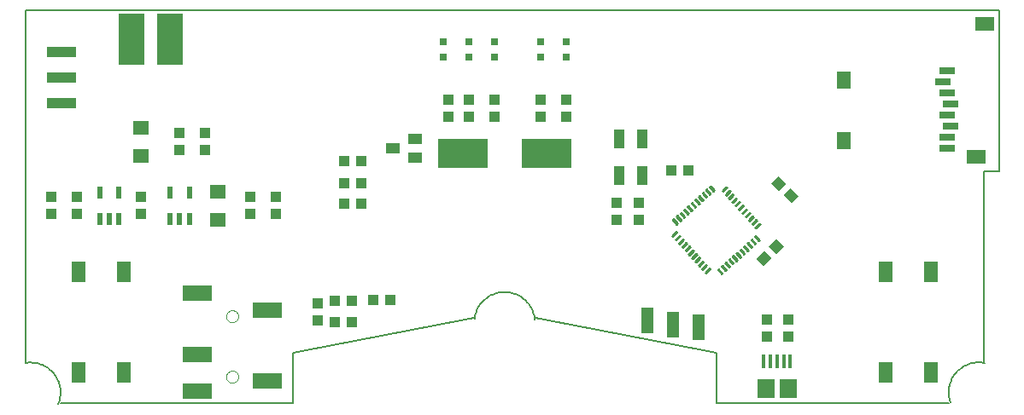
<source format=gtp>
G75*
%MOIN*%
%OFA0B0*%
%FSLAX24Y24*%
%IPPOS*%
%LPD*%
%AMOC8*
5,1,8,0,0,1.08239X$1,22.5*
%
%ADD10C,0.0080*%
%ADD11C,0.0079*%
%ADD12R,0.0394X0.0433*%
%ADD13R,0.0315X0.0315*%
%ADD14R,0.0217X0.0472*%
%ADD15R,0.0433X0.0394*%
%ADD16C,0.0100*%
%ADD17R,0.0433X0.0748*%
%ADD18R,0.0630X0.0551*%
%ADD19R,0.0551X0.0827*%
%ADD20R,0.1969X0.1181*%
%ADD21R,0.0500X0.1000*%
%ADD22R,0.0748X0.0551*%
%ADD23R,0.0551X0.0709*%
%ADD24R,0.0591X0.0276*%
%ADD25R,0.0551X0.0394*%
%ADD26R,0.1181X0.0394*%
%ADD27R,0.0157X0.0531*%
%ADD28R,0.0709X0.0748*%
%ADD29R,0.1000X0.2000*%
%ADD30R,0.1181X0.0591*%
%ADD31C,0.0000*%
D10*
X001687Y016424D02*
X039679Y016424D01*
D11*
X002967Y001023D02*
X002990Y001086D01*
X003010Y001151D01*
X003026Y001217D01*
X003039Y001283D01*
X003047Y001350D01*
X003052Y001417D01*
X003053Y001485D01*
X003050Y001552D01*
X003043Y001620D01*
X003032Y001686D01*
X003018Y001752D01*
X003000Y001818D01*
X002978Y001881D01*
X002952Y001944D01*
X002923Y002005D01*
X002891Y002064D01*
X002855Y002122D01*
X002816Y002177D01*
X002774Y002230D01*
X002728Y002280D01*
X002681Y002328D01*
X002630Y002373D01*
X002577Y002414D01*
X002522Y002453D01*
X002464Y002489D01*
X002405Y002521D01*
X002344Y002550D01*
X002281Y002575D01*
X002217Y002597D01*
X002152Y002615D01*
X002086Y002629D01*
X002019Y002640D01*
X001952Y002646D01*
X001884Y002649D01*
X001817Y002648D01*
X001749Y002643D01*
X001682Y002634D01*
X001687Y002645D02*
X001687Y016424D01*
X012120Y003038D02*
X019203Y004382D01*
X019211Y004376D02*
X019221Y004443D01*
X019236Y004509D01*
X019254Y004575D01*
X019276Y004639D01*
X019302Y004701D01*
X019331Y004763D01*
X019363Y004822D01*
X019399Y004879D01*
X019438Y004935D01*
X019481Y004988D01*
X019526Y005038D01*
X019574Y005086D01*
X019624Y005131D01*
X019678Y005173D01*
X019733Y005212D01*
X019791Y005247D01*
X019850Y005280D01*
X019911Y005309D01*
X019974Y005334D01*
X020038Y005355D01*
X020104Y005373D01*
X020170Y005387D01*
X020237Y005398D01*
X020304Y005404D01*
X020372Y005407D01*
X020440Y005406D01*
X020507Y005401D01*
X020574Y005392D01*
X020641Y005379D01*
X020707Y005362D01*
X020771Y005342D01*
X020835Y005318D01*
X020896Y005290D01*
X020957Y005259D01*
X021015Y005225D01*
X021071Y005187D01*
X021125Y005146D01*
X021177Y005102D01*
X021226Y005055D01*
X021272Y005006D01*
X021315Y004954D01*
X021355Y004899D01*
X021392Y004843D01*
X021426Y004784D01*
X021456Y004723D01*
X021483Y004661D01*
X021507Y004597D01*
X021526Y004533D01*
X021542Y004467D01*
X021554Y004400D01*
X021562Y004333D01*
X021603Y004382D02*
X028656Y003038D01*
X028656Y001070D01*
X037711Y001070D01*
X037784Y001088D02*
X037763Y001152D01*
X037747Y001216D01*
X037734Y001282D01*
X037724Y001348D01*
X037719Y001414D01*
X037717Y001481D01*
X037719Y001547D01*
X037725Y001614D01*
X037734Y001680D01*
X037747Y001745D01*
X037764Y001809D01*
X037785Y001873D01*
X037809Y001935D01*
X037837Y001996D01*
X037867Y002055D01*
X037902Y002112D01*
X037939Y002167D01*
X037980Y002220D01*
X038023Y002270D01*
X038069Y002318D01*
X038118Y002364D01*
X038169Y002406D01*
X038223Y002446D01*
X038279Y002482D01*
X038337Y002515D01*
X038396Y002545D01*
X038457Y002571D01*
X038520Y002594D01*
X038584Y002614D01*
X038649Y002629D01*
X038714Y002641D01*
X038780Y002650D01*
X038847Y002654D01*
X038913Y002655D01*
X038980Y002652D01*
X039046Y002645D01*
X039112Y002634D01*
X039089Y002645D02*
X039089Y010125D01*
X039679Y010125D01*
X039679Y016424D01*
X012120Y003038D02*
X012120Y001070D01*
X003065Y001070D01*
D12*
X013078Y004298D03*
X013078Y004967D03*
X011453Y008448D03*
X010453Y008448D03*
X010453Y009117D03*
X011453Y009117D03*
X008703Y010948D03*
X007703Y010948D03*
X007703Y011617D03*
X008703Y011617D03*
X006203Y009117D03*
X006203Y008448D03*
X003703Y008448D03*
X002703Y008448D03*
X002703Y009117D03*
X003703Y009117D03*
X018190Y012251D03*
X018990Y012251D03*
X019990Y012251D03*
X019990Y012920D03*
X018990Y012920D03*
X018190Y012920D03*
X021790Y012920D03*
X022790Y012920D03*
X022790Y012251D03*
X021790Y012251D03*
X024762Y008905D03*
X024762Y008235D03*
X025612Y008235D03*
X025612Y008905D03*
X030619Y004336D03*
X030619Y003667D03*
X031441Y003667D03*
X031441Y004336D03*
D13*
X022790Y014590D03*
X021790Y014590D03*
X021790Y015181D03*
X022790Y015181D03*
X019990Y015181D03*
X018990Y015181D03*
X017990Y015181D03*
X017990Y014590D03*
X018990Y014590D03*
X019990Y014590D03*
D14*
X008077Y009294D03*
X007329Y009294D03*
X007329Y008271D03*
X007703Y008271D03*
X008077Y008271D03*
X005327Y008271D03*
X004953Y008271D03*
X004579Y008271D03*
X004579Y009294D03*
X005327Y009294D03*
D15*
X014118Y009657D03*
X014787Y009657D03*
X014787Y008863D03*
X014118Y008863D03*
X014118Y010521D03*
X014787Y010521D03*
X015268Y005082D03*
X015937Y005082D03*
X014437Y005057D03*
X013768Y005057D03*
X013768Y004232D03*
X014437Y004232D03*
X026881Y010147D03*
X027550Y010147D03*
G36*
X031075Y009939D02*
X031380Y009634D01*
X031101Y009355D01*
X030796Y009660D01*
X031075Y009939D01*
G37*
G36*
X031548Y009466D02*
X031853Y009161D01*
X031574Y008882D01*
X031269Y009187D01*
X031548Y009466D01*
G37*
G36*
X030701Y007181D02*
X031006Y007486D01*
X031285Y007207D01*
X030980Y006902D01*
X030701Y007181D01*
G37*
G36*
X030227Y006708D02*
X030532Y007013D01*
X030811Y006734D01*
X030506Y006429D01*
X030227Y006708D01*
G37*
D16*
X029877Y007044D02*
X029735Y007202D01*
X029877Y007044D02*
X029863Y007032D01*
X029721Y007190D01*
X029735Y007202D01*
X029774Y007131D02*
X029799Y007131D01*
X029881Y007334D02*
X030023Y007176D01*
X030009Y007164D01*
X029867Y007322D01*
X029881Y007334D01*
X029920Y007263D02*
X029945Y007263D01*
X030022Y007460D02*
X030164Y007302D01*
X030150Y007290D01*
X030008Y007448D01*
X030022Y007460D01*
X030061Y007389D02*
X030086Y007389D01*
X030168Y007592D02*
X030310Y007434D01*
X030296Y007422D01*
X030154Y007580D01*
X030168Y007592D01*
X030207Y007521D02*
X030232Y007521D01*
X030184Y007918D02*
X030342Y008060D01*
X030184Y007918D02*
X030172Y007932D01*
X030330Y008074D01*
X030342Y008060D01*
X030294Y008017D02*
X030267Y008017D01*
X030211Y008206D02*
X030053Y008064D01*
X030041Y008078D01*
X030199Y008220D01*
X030211Y008206D01*
X030163Y008163D02*
X030136Y008163D01*
X030085Y008346D02*
X029927Y008204D01*
X029915Y008218D01*
X030073Y008360D01*
X030085Y008346D01*
X030037Y008303D02*
X030010Y008303D01*
X029953Y008492D02*
X029795Y008350D01*
X029783Y008364D01*
X029941Y008506D01*
X029953Y008492D01*
X029905Y008449D02*
X029878Y008449D01*
X029827Y008632D02*
X029669Y008490D01*
X029657Y008504D01*
X029815Y008646D01*
X029827Y008632D01*
X029779Y008589D02*
X029752Y008589D01*
X029695Y008779D02*
X029537Y008637D01*
X029525Y008651D01*
X029683Y008793D01*
X029695Y008779D01*
X029647Y008736D02*
X029620Y008736D01*
X029551Y008939D02*
X029393Y008797D01*
X029551Y008939D02*
X029563Y008925D01*
X029405Y008783D01*
X029393Y008797D01*
X029488Y008882D02*
X029515Y008882D01*
X029425Y009079D02*
X029267Y008937D01*
X029425Y009079D02*
X029437Y009065D01*
X029279Y008923D01*
X029267Y008937D01*
X029362Y009022D02*
X029389Y009022D01*
X029293Y009225D02*
X029135Y009083D01*
X029293Y009225D02*
X029305Y009211D01*
X029147Y009069D01*
X029135Y009083D01*
X029230Y009168D02*
X029257Y009168D01*
X029167Y009365D02*
X029009Y009223D01*
X029167Y009365D02*
X029179Y009351D01*
X029021Y009209D01*
X029009Y009223D01*
X029104Y009308D02*
X029131Y009308D01*
X029036Y009512D02*
X028878Y009370D01*
X029036Y009512D02*
X029048Y009498D01*
X028890Y009356D01*
X028878Y009370D01*
X028973Y009455D02*
X029000Y009455D01*
X028552Y009386D02*
X028410Y009544D01*
X028552Y009386D02*
X028538Y009374D01*
X028396Y009532D01*
X028410Y009544D01*
X028449Y009473D02*
X028474Y009473D01*
X028264Y009413D02*
X028406Y009255D01*
X028392Y009243D01*
X028250Y009401D01*
X028264Y009413D01*
X028303Y009342D02*
X028328Y009342D01*
X028124Y009286D02*
X028266Y009128D01*
X028252Y009116D01*
X028110Y009274D01*
X028124Y009286D01*
X028163Y009215D02*
X028188Y009215D01*
X027977Y009155D02*
X028119Y008997D01*
X028105Y008985D01*
X027963Y009143D01*
X027977Y009155D01*
X028016Y009084D02*
X028041Y009084D01*
X027837Y009029D02*
X027979Y008871D01*
X027965Y008859D01*
X027823Y009017D01*
X027837Y009029D01*
X027876Y008958D02*
X027901Y008958D01*
X027691Y008897D02*
X027833Y008739D01*
X027819Y008727D01*
X027677Y008885D01*
X027691Y008897D01*
X027730Y008826D02*
X027755Y008826D01*
X027531Y008753D02*
X027673Y008595D01*
X027531Y008753D02*
X027545Y008765D01*
X027687Y008607D01*
X027673Y008595D01*
X027609Y008694D02*
X027584Y008694D01*
X027391Y008627D02*
X027533Y008469D01*
X027391Y008627D02*
X027405Y008639D01*
X027547Y008481D01*
X027533Y008469D01*
X027469Y008568D02*
X027444Y008568D01*
X027244Y008495D02*
X027386Y008337D01*
X027244Y008495D02*
X027258Y008507D01*
X027400Y008349D01*
X027386Y008337D01*
X027322Y008436D02*
X027297Y008436D01*
X027104Y008369D02*
X027246Y008211D01*
X027104Y008369D02*
X027118Y008381D01*
X027260Y008223D01*
X027246Y008211D01*
X027182Y008310D02*
X027157Y008310D01*
X026958Y008237D02*
X027100Y008079D01*
X026958Y008237D02*
X026972Y008249D01*
X027114Y008091D01*
X027100Y008079D01*
X027036Y008178D02*
X027011Y008178D01*
X027083Y007754D02*
X026925Y007612D01*
X027083Y007754D02*
X027095Y007740D01*
X026937Y007598D01*
X026925Y007612D01*
X027020Y007697D02*
X027047Y007697D01*
X027215Y007607D02*
X027057Y007465D01*
X027215Y007607D02*
X027227Y007593D01*
X027069Y007451D01*
X027057Y007465D01*
X027152Y007550D02*
X027179Y007550D01*
X027341Y007467D02*
X027183Y007325D01*
X027341Y007467D02*
X027353Y007453D01*
X027195Y007311D01*
X027183Y007325D01*
X027278Y007410D02*
X027305Y007410D01*
X027473Y007321D02*
X027315Y007179D01*
X027473Y007321D02*
X027485Y007307D01*
X027327Y007165D01*
X027315Y007179D01*
X027410Y007264D02*
X027437Y007264D01*
X027599Y007181D02*
X027441Y007039D01*
X027599Y007181D02*
X027611Y007167D01*
X027453Y007025D01*
X027441Y007039D01*
X027536Y007124D02*
X027563Y007124D01*
X027731Y007035D02*
X027573Y006893D01*
X027731Y007035D02*
X027743Y007021D01*
X027585Y006879D01*
X027573Y006893D01*
X027668Y006978D02*
X027695Y006978D01*
X027874Y006874D02*
X027716Y006732D01*
X027704Y006746D01*
X027862Y006888D01*
X027874Y006874D01*
X027826Y006831D02*
X027799Y006831D01*
X028001Y006734D02*
X027843Y006592D01*
X027831Y006606D01*
X027989Y006748D01*
X028001Y006734D01*
X027953Y006691D02*
X027926Y006691D01*
X028132Y006588D02*
X027974Y006446D01*
X027962Y006460D01*
X028120Y006602D01*
X028132Y006588D01*
X028084Y006545D02*
X028057Y006545D01*
X028258Y006448D02*
X028100Y006306D01*
X028088Y006320D01*
X028246Y006462D01*
X028258Y006448D01*
X028210Y006405D02*
X028183Y006405D01*
X028390Y006302D02*
X028232Y006160D01*
X028220Y006174D01*
X028378Y006316D01*
X028390Y006302D01*
X028342Y006259D02*
X028315Y006259D01*
X028716Y006285D02*
X028858Y006127D01*
X028716Y006285D02*
X028730Y006297D01*
X028872Y006139D01*
X028858Y006127D01*
X028794Y006226D02*
X028769Y006226D01*
X028862Y006417D02*
X029004Y006259D01*
X028862Y006417D02*
X028876Y006429D01*
X029018Y006271D01*
X029004Y006259D01*
X028940Y006358D02*
X028915Y006358D01*
X029002Y006543D02*
X029144Y006385D01*
X029002Y006543D02*
X029016Y006555D01*
X029158Y006397D01*
X029144Y006385D01*
X029080Y006484D02*
X029055Y006484D01*
X029148Y006675D02*
X029290Y006517D01*
X029148Y006675D02*
X029162Y006687D01*
X029304Y006529D01*
X029290Y006517D01*
X029226Y006616D02*
X029201Y006616D01*
X029289Y006801D02*
X029431Y006643D01*
X029289Y006801D02*
X029303Y006813D01*
X029445Y006655D01*
X029431Y006643D01*
X029367Y006742D02*
X029342Y006742D01*
X029435Y006932D02*
X029577Y006774D01*
X029435Y006932D02*
X029449Y006944D01*
X029591Y006786D01*
X029577Y006774D01*
X029513Y006873D02*
X029488Y006873D01*
X029595Y007076D02*
X029737Y006918D01*
X029723Y006906D01*
X029581Y007064D01*
X029595Y007076D01*
X029634Y007005D02*
X029659Y007005D01*
D17*
X025746Y009948D03*
X024841Y009948D03*
X024841Y011405D03*
X025746Y011405D03*
D18*
X009203Y009334D03*
X009203Y008231D03*
X006203Y010731D03*
X006203Y011834D03*
D19*
X005526Y006188D03*
X003754Y006188D03*
X003754Y002251D03*
X005526Y002251D03*
X035250Y002251D03*
X037022Y002251D03*
X037022Y006188D03*
X035250Y006188D03*
D20*
X022035Y010823D03*
X018741Y010823D03*
D21*
X025953Y004307D03*
X026953Y004132D03*
X027953Y004032D03*
D22*
X038783Y010690D03*
X039138Y015887D03*
D23*
X033626Y013682D03*
X033626Y011320D03*
D24*
X037484Y013643D03*
X037642Y014076D03*
X037642Y013210D03*
X037799Y012777D03*
X037642Y012344D03*
X037799Y011910D03*
X037642Y011477D03*
X037642Y011044D03*
D25*
X016886Y011406D03*
X016020Y011032D03*
X016886Y010658D03*
D26*
X003078Y012782D03*
X003078Y013782D03*
X003078Y014782D03*
D27*
X030506Y002695D03*
X030762Y002695D03*
X031018Y002695D03*
X031274Y002695D03*
X031530Y002695D03*
D28*
X031451Y001642D03*
X030585Y001642D03*
D29*
X007328Y015282D03*
X005828Y015282D03*
D30*
X008380Y005361D03*
X011136Y004692D03*
X008380Y002960D03*
X008380Y001542D03*
X011136Y001936D03*
D31*
X009522Y002094D02*
X009524Y002124D01*
X009530Y002154D01*
X009539Y002183D01*
X009552Y002210D01*
X009569Y002235D01*
X009588Y002258D01*
X009611Y002279D01*
X009636Y002296D01*
X009662Y002310D01*
X009691Y002320D01*
X009720Y002327D01*
X009750Y002330D01*
X009781Y002329D01*
X009811Y002324D01*
X009840Y002315D01*
X009867Y002303D01*
X009893Y002288D01*
X009917Y002269D01*
X009938Y002247D01*
X009956Y002223D01*
X009971Y002196D01*
X009982Y002168D01*
X009990Y002139D01*
X009994Y002109D01*
X009994Y002079D01*
X009990Y002049D01*
X009982Y002020D01*
X009971Y001992D01*
X009956Y001965D01*
X009938Y001941D01*
X009917Y001919D01*
X009893Y001900D01*
X009867Y001885D01*
X009840Y001873D01*
X009811Y001864D01*
X009781Y001859D01*
X009750Y001858D01*
X009720Y001861D01*
X009691Y001868D01*
X009662Y001878D01*
X009636Y001892D01*
X009611Y001909D01*
X009588Y001930D01*
X009569Y001953D01*
X009552Y001978D01*
X009539Y002005D01*
X009530Y002034D01*
X009524Y002064D01*
X009522Y002094D01*
X009522Y004456D02*
X009524Y004486D01*
X009530Y004516D01*
X009539Y004545D01*
X009552Y004572D01*
X009569Y004597D01*
X009588Y004620D01*
X009611Y004641D01*
X009636Y004658D01*
X009662Y004672D01*
X009691Y004682D01*
X009720Y004689D01*
X009750Y004692D01*
X009781Y004691D01*
X009811Y004686D01*
X009840Y004677D01*
X009867Y004665D01*
X009893Y004650D01*
X009917Y004631D01*
X009938Y004609D01*
X009956Y004585D01*
X009971Y004558D01*
X009982Y004530D01*
X009990Y004501D01*
X009994Y004471D01*
X009994Y004441D01*
X009990Y004411D01*
X009982Y004382D01*
X009971Y004354D01*
X009956Y004327D01*
X009938Y004303D01*
X009917Y004281D01*
X009893Y004262D01*
X009867Y004247D01*
X009840Y004235D01*
X009811Y004226D01*
X009781Y004221D01*
X009750Y004220D01*
X009720Y004223D01*
X009691Y004230D01*
X009662Y004240D01*
X009636Y004254D01*
X009611Y004271D01*
X009588Y004292D01*
X009569Y004315D01*
X009552Y004340D01*
X009539Y004367D01*
X009530Y004396D01*
X009524Y004426D01*
X009522Y004456D01*
M02*

</source>
